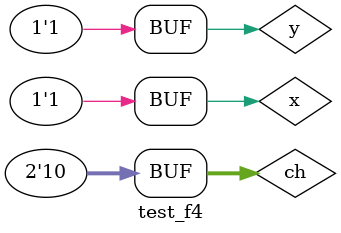
<source format=v>
	
	
	module f4 (output s, input a, input b, input [1:0] chave);

	wire S_And1;
	wire S_And2;
	wire S_And3;
	wire S_And4;
	wire S_Not1;
	wire S_Not2;
	wire S_Xnor1;
	wire S_Xor1;
	wire S_Nor1;
	wire S_Or1;

	// ----------------------- declarando as variaveis -------------------------
	
	and ANDa(S_And1, chave[0], chave[1], S_Xnor1);
 	and ANDb(S_And2, chave[0], S_Not2, S_Xor1);
 	and ANDc(S_And3, S_Not1, chave[1] , S_Nor1);
 	and ANDd(S_And4, S_Not1, S_Not2, S_Or1);
 
 	or ORa(S_Or1, a, b);
 	or ORd(s, S_And1, S_And2, S_And3, S_And4);

 	xnor XNORa(S_Xnor1, a, b);

	xor XORa(S_Xor1, a, b);
	 
 	nor NORa(S_Nor1, a, b);
 
 	not NOTa(S_Not1, chave[0]);
 	not NOTb(S_Not2, chave[1]);
        
	endmodule // f4
	
 module test_f4; 
 // ------------------------- definindo os dados ----------------------------- 
 reg x; 
 reg y; 
 reg [1:0] ch;
 wire s; 
 
 f4 modulo (s, x, y, ch);
 
initial begin 

	//----------------------- identificador -----------------------------------
	$display("Exemplo0034 - Felipe Torres - 412738"); 
	$display("Test LU's module"); 

	#1 x = 0; y = 0; ch = 00; 
	$monitor("Resultado chave = %2b\n x = %1b \t y = %1b \t Resultado -> %1b\n", ch, x, y, s);
   #1 x = 0; y = 1; ch = 10;  
   #1 x = 0; y = 0; ch = 11;
   #1 x = 1; y = 1; ch = 01; 
	#1 x = 1; y = 0; ch = 11;
   #1 x = 1; y = 1; ch = 10; 

 end 
 endmodule // test_f4
</source>
